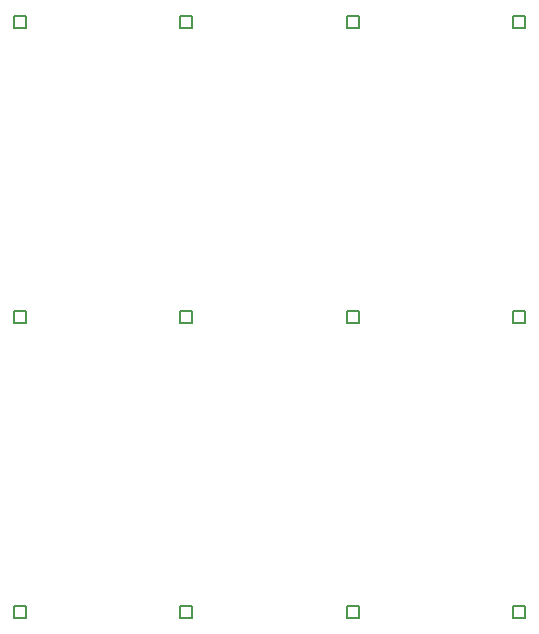
<source format=gbr>
%TF.GenerationSoftware,Altium Limited,Altium Designer,22.0.2 (36)*%
G04 Layer_Color=2752767*
%FSLAX26Y26*%
%MOIN*%
%TF.SameCoordinates,7C2B3453-B62B-4687-BB94-77A5B7653B1A*%
%TF.FilePolarity,Positive*%
%TF.FileFunction,Drawing*%
%TF.Part,CustomerPanel*%
G01*
G75*
%TA.AperFunction,NonConductor*%
%ADD50C,0.005000*%
D50*
X-859291Y-873661D02*
Y-833661D01*
X-819291D01*
Y-873661D01*
X-859291D01*
X-303976D02*
Y-833661D01*
X-263976D01*
Y-873661D01*
X-303976D01*
X251339D02*
Y-833661D01*
X291339D01*
Y-873661D01*
X251339D01*
X806654D02*
Y-833661D01*
X846654D01*
Y-873661D01*
X806654D01*
X-859291Y110591D02*
Y150591D01*
X-819291D01*
Y110591D01*
X-859291D01*
X-303976D02*
Y150591D01*
X-263976D01*
Y110591D01*
X-303976D01*
X251339D02*
Y150591D01*
X291339D01*
Y110591D01*
X251339D01*
X806654D02*
Y150591D01*
X846654D01*
Y110591D01*
X806654D01*
X-859291Y1094843D02*
Y1134843D01*
X-819291D01*
Y1094843D01*
X-859291D01*
X-303976D02*
Y1134843D01*
X-263976D01*
Y1094843D01*
X-303976D01*
X251339D02*
Y1134843D01*
X291339D01*
Y1094843D01*
X251339D01*
X806654D02*
Y1134843D01*
X846654D01*
Y1094843D01*
X806654D01*
%TF.MD5,978a85f901dd38f053c00dd88623597c*%
M02*

</source>
